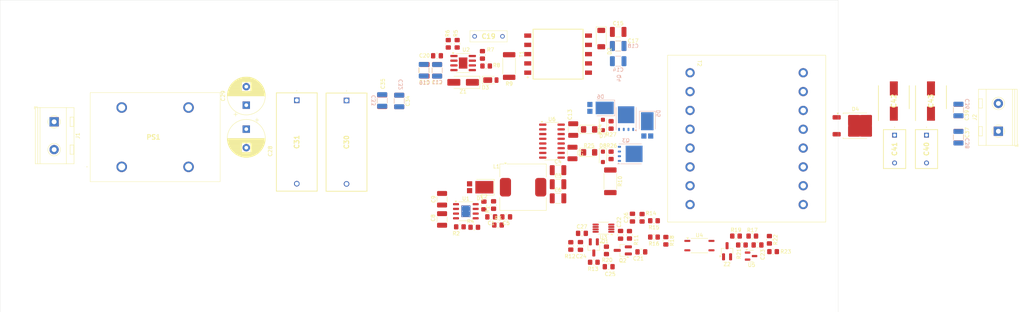
<source format=kicad_pcb>
(kicad_pcb (version 20240108) (generator "pcbnew") (generator_version "8.0")
  (layers (0 "F.Cu" signal) (31 "B.Cu" signal) (34 "B.Paste" user) (35 "F.Paste" user) (36 "B.SilkS" user "B.Silkscreen") (37 "F.SilkS" user "F.Silkscreen") (38 "B.Mask" user) (39 "F.Mask" user) (44 "Edge.Cuts" user))
  (net 0 "")
  (net 1 "Net-(U1-FB)")
  (net 2 "Net-(C1-Pad1)")
  (net 3 "Net-(D1-K)")
  (net 4 "Net-(U1-BST)")
  (net 5 "GND")
  (net 6 "+12V")
  (net 7 "VIN")
  (net 8 "ISO12")
  (net 9 "ISOGND")
  (net 10 "Net-(C19-Pad2)")
  (net 11 "Net-(U2-INTVCC)")
  (net 12 "Net-(D2-A)")
  (net 13 "Net-(D3-K)")
  (net 14 "Net-(D3-A)")
  (net 15 "Net-(U1-RON)")
  (net 16 "Net-(U2-EN{slash}UVLO)")
  (net 17 "Net-(U2-Rref)")
  (net 18 "Net-(U2-Rfb)")
  (net 21 "Net-(Q2-B)")
  (net 22 "Net-(Q2-E)")
  (net 23 "Net-(U3-FB)")
  (net 24 "Net-(C23-Pad1)")
  (net 25 "Net-(U5-REF)")
  (net 26 "Net-(Q1-E)")
  (net 27 "Net-(C24-Pad2)")
  (net 28 "Net-(Q1-B)")
  (net 29 "Net-(U3-CS)")
  (net 30 "Net-(Q1-C)")
  (net 31 "Net-(T2-SB)")
  (net 32 "Net-(D5-A)")
  (net 33 "Net-(D7-K)")
  (net 34 "Net-(D8-K)")
  (net 35 "/GATE_HIGH")
  (net 36 "/GATE_LOW")
  (net 37 "/PWM")
  (net 38 "Net-(J1-Pin_1)")
  (net 39 "Net-(J1-Pin_2)")
  (net 40 "/LS_SOURCE")
  (net 41 "Net-(R15-Pad2)")
  (net 42 "Net-(R16-Pad2)")
  (net 43 "Net-(U5-K)")
  (net 44 "Vo")
  (net 45 "Net-(R19-Pad1)")
  (net 46 "OUTGND")
  (footprint "Capacitor_SMD:C_1210_3225Metric_Pad1.33x2.70mm_HandSolder" (layer "F.Cu") (at 111.005 82.2675 -90)
    (property "Reference" "C35")
    (property "Value" "4.7u")
  )
  (footprint "Resistor_SMD:R_0805_2012Metric_Pad1.20x1.40mm_HandSolder" (layer "F.Cu") (at 131.2 66.9 90)
    (property "Reference" "R5")
    (property "Value" "1M")
  )
  (footprint "Package_TO_SOT_SMD:SOT-23_Handsoldering" (layer "F.Cu") (at 168 121.8375 -90)
    (property "Reference" "Q1")
    (property "Value" "PMBT2222A-Q")
  )
  (footprint "Resistor_SMD:R_0805_2012Metric_Pad1.20x1.40mm_HandSolder" (layer "F.Cu") (at 184.2 119.0375)
    (property "Reference" "R16")
    (property "Value" "4.99k")
  )
  (footprint "Capacitor_SMD:C_1210_3225Metric_Pad1.33x2.70mm_HandSolder" (layer "F.Cu") (at 158.3625 108.6)
    (property "Reference" "C6")
    (property "Value" "22u")
  )
  (footprint "Resistor_SMD:R_0805_2012Metric_Pad1.20x1.40mm_HandSolder" (layer "F.Cu") (at 142.2 115.8 180)
    (property "Reference" "R3")
    (property "Value" "453k")
  )
  (footprint "Resistor_SMD:R_0805_2012Metric_Pad1.20x1.40mm_HandSolder" (layer "F.Cu") (at 161.8 121.4375 90)
    (property "Reference" "R12")
    (property "Value" "1.1M")
  )
  (footprint "Resistor_SMD:R_0805_2012Metric_Pad1.20x1.40mm_HandSolder" (layer "F.Cu") (at 172.65 97 -90)
    (property "Reference" "R26")
    (property "Value" "100k")
  )
  (footprint "Package_TO_SOT_SMD:SOT-23" (layer "F.Cu") (at 210.35 124.175)
    (property "Reference" "U5")
    (property "Value" "TL431DBZ")
  )
  (footprint "Resistor_SMD:R_0805_2012Metric_Pad1.20x1.40mm_HandSolder" (layer "F.Cu") (at 171.4 122.6375 90)
    (property "Reference" "R20")
    (property "Value" "10k")
  )
  (footprint "Resistor_SMD:R_0805_2012Metric_Pad1.20x1.40mm_HandSolder" (layer "F.Cu") (at 128.8 66.9 90)
    (property "Reference" "R6")
    (property "Value" "88.7k")
  )
  (footprint "Resistor_SMD:R_0805_2012Metric_Pad1.20x1.40mm_HandSolder" (layer "F.Cu") (at 184.2 114.6375)
    (property "Reference" "R15")
    (property "Value" "16.5k")
  )
  (footprint "Capacitor_SMD:C_0805_2012Metric_Pad1.18x1.45mm_HandSolder" (layer "F.Cu") (at 172 127.0375)
    (property "Reference" "C25")
    (property "Value" "470p")
  )
  (footprint "Diode_SMD:D_1206_3216Metric_Pad1.42x1.75mm_HandSolder" (layer "F.Cu") (at 166.7375 90)
    (property "Reference" "R24")
    (property "Value" "10R")
  )
  (footprint "Package_TO_SOT_SMD:SOT-23_Handsoldering" (layer "F.Cu") (at 175.8 122.6375 180)
    (property "Reference" "Q2")
    (property "Value" "PMBT2907A-Q")
  )
  (footprint "KiCad Library:WE-FLYLT_EP13_L13.46W17.75H12.70" (layer "F.Cu") (at 158.38 69.7 90)
    (property "Reference" "T1")
    (property "Value" "Vi = 36-72V, Vo = 12V / 1.25A")
  )
  (footprint "powerlabLibrary:SC1810J" (layer "F.Cu") (at 40.85 100.1)
    (property "Reference" "PS1")
    (property "Value" "SC-18-10J" (hide yes))
  )
  (footprint "Diode_SMD:D_SOD-128" (layer "F.Cu") (at 170 65.5 -90)
    (property "Reference" "D2")
    (property "Value" "PMEG6030EP")
  )
  (footprint "Capacitor_SMD:C_1210_3225Metric_Pad1.33x2.70mm_HandSolder" (layer "F.Cu") (at 127.132 108.8425 90)
    (property "Reference" "C9")
    (property "Value" "4.7u")
  )
  (footprint "Resistor_SMD:R_0805_2012Metric_Pad1.20x1.40mm_HandSolder" (layer "F.Cu") (at 207.8875 121.175)
    (property "Reference" "R21")
    (property "Value" "39k")
  )
  (footprint "Resistor_SMD:R_0805_2012Metric_Pad1.20x1.40mm_HandSolder" (layer "F.Cu") (at 168 125.8375)
    (property "Reference" "R13")
    (property "Value" "12k")
  )
  (footprint "Capacitor_SMD:C_0805_2012Metric_Pad1.18x1.45mm_HandSolder" (layer "F.Cu") (at 212.0875 121.175)
    (property "Reference" "C23")
    (property "Value" "10n")
  )
  (footprint "Resistor_SMD:R_0805_2012Metric_Pad1.20x1.40mm_HandSolder" (layer "F.Cu") (at 131.932 116.28)
    (property "Reference" "R2")
    (property "Value" "100k")
  )
  (footprint "Capacitor_SMD:C_1210_3225Metric_Pad1.33x2.70mm_HandSolder" (layer "F.Cu") (at 158.3625 104.8)
    (property "Reference" "C3")
    (property "Value" "22u")
  )
  (footprint "powerlabLibrary:R46KN410050N1K" (layer "F.Cu") (at 101.4 82.2 -90)
    (property "Reference" "C30")
    (property "Value" "3.3u" (hide yes))
  )
  (footprint "Capacitor_SMD:C_1210_3225Metric_Pad1.33x2.70mm_HandSolder" (layer "F.Cu") (at 162.25 96.3625 -90)
    (property "Reference" "C7")
    (property "Value" "4.7u")
  )
  (footprint "Resistor_SMD:R_0805_2012Metric_Pad1.20x1.40mm_HandSolder" (layer "F.Cu") (at 135.8 116.4 180)
    (property "Reference" "R4")
    (property "Value" "49.9k")
  )
  (footprint "powerlabLibrary:ETD39_coilformer" (layer "F.Cu") (at 193.92 74.72 -90)
    (property "Reference" "T2")
    (property "Value" "ELE713 Transformer")
  )
  (footprint "TerminalBlock_RND:TerminalBlock_RND_205-00067_1x02_P7.50mm_Horizontal" (layer "F.Cu") (at 276.96 90.5 90)
    (property "Reference" "J2")
    (property "Value" "Conn_01x02_Pin")
  )
  (footprint "Capacitor_SMD:C_0805_2012Metric_Pad1.18x1.45mm_HandSolder" (layer "F.Cu") (at 140.3625 113.6 180)
    (property "Reference" "C1")
    (property "Value" "47p")
  )
  (footprint "Resistor_SMD:R_0805_2012Metric_Pad1.20x1.40mm_HandSolder" (layer "F.Cu") (at 206.2875 118.775)
    (property "Reference" "R19")
    (property "Value" "680R")
  )
  (footprint "Resistor_SMD:R_0805_2012Metric_Pad1.20x1.40mm_HandSolder" (layer "F.Cu") (at 177.6 118.4375 90)
    (property "Reference" "R11")
    (property "Value" "10k")
  )
  (footprint "Capacitor_SMD:C_0805_2012Metric_Pad1.18x1.45mm_HandSolder" (layer "F.Cu") (at 138.4 110.5175 90)
    (property "Reference" "C2")
    (property "Value" "2.2n")
  )
  (footprint "Package_SO:HSOP-8-1EP_3.9x4.9mm_P1.27mm_EP2.41x3.1mm_ThermalVias" (layer "F.Cu") (at 133.532 112.08)
    (property "Reference" "U1")
    (property "Value" "LM5012")
  )
  (footprint "Resistor_SMD:R_0805_2012Metric_Pad1.20x1.40mm_HandSolder" (layer "F.Cu") (at 141 110.4 -90)
    (property "Reference" "R1")
    (property "Value" "1M")
  )
  (footprint "Capacitor_SMD:C_1210_3225Metric_Pad1.33x2.70mm_HandSolder" (layer "F.Cu") (at 115.59 82.3275 -90)
    (property "Reference" "C34")
    (property "Value" "4.7u")
  )
  (footprint "powerlabLibrary:SOIC-4_4.55x3.7mm_P2.54mm" (layer "F.Cu") (at 196.4375 121.345)
    (property "Reference" "U4")
    (property "Value" "ISOM8110")
  )
  (footprint "Diode_SMD:D_SOD-123F" (layer "F.Cu") (at 170.45 88.8 90)
    (property "Reference" "D7")
    (property "Value" "BZT52H-A18-QX")
  )
  (footprint "Resistor_SMD:R_0805_2012Metric_Pad1.20x1.40mm_HandSolder" (layer "F.Cu") (at 181 113.8375 -90)
    (property "Reference" "R14")
    (property "Value" "3.83k")
  )
  (footprint "powerlabLibrary:VSSOP-8_3x3mm_P0.65mm" (layer "F.Cu") (at 170.6 116.6375 180)
    (property "Reference" "U3")
    (property "Value" "UCC28C55")
  )
  (footprint "powerlabLibrary:D_PowerDI-5" (layer "F.Cu") (at 137.4 105.6 180)
    (property "Reference" "D1")
    (property "Value" "SDT5H100LP5")
  )
  (footprint "Capacitor_SMD:C_1210_3225Metric_Pad1.33x2.70mm_HandSolder" (layer "F.Cu") (at 174.5625 67.5)
    (property "Reference" "C17")
    (property "Value" "4.7u")
  )
  (footprint "Diode_SMD:D_PowerDI-123" (layer "F.Cu") (at 140.275 76.7)
    (property "Reference" "D3")
    (property "Value" "DFLS1150")
  )
  (footprint "Diode_SMD:D_1206_3216Metric_Pad1.42x1.75mm_HandSolder" (layer "F.Cu") (at 166.7375 96.2)
    (property "Reference" "R25")
    (property "Value" "10R")
  )
  (footprint "Capacitor_SMD:C_1210_3225Metric_Pad1.33x2.70mm_HandSolder" (layer "F.Cu") (at 174.5625 63.7)
    (property "Reference" "C15")
    (property "Value" "22u")
  )
  (footprint "Package_SO:SOIC-16_3.9x9.9mm_P1.27mm" (layer "F.Cu") (at 156.725 93.165)
    (property "Reference" "U6")
    (property "Value" "2EDB8259F")
  )
  (footprint "Package_SO:SOIC-8-1EP_3.9x4.9mm_P1.27mm_EP2.29x3mm" (layer "F.Cu") (at 132.8 72.1)
    (property "Reference" "U2")
    (property "Value" "LT8304")
  )
  (footprint "Capacitor_SMD:C_0805_2012Metric_Pad1.18x1.45mm_HandSolder" (layer "F.Cu") (at 175.2 118.4375 90)
    (property "Reference" "C22")
    (property "Value" "6.8n")
  )
  (footprint "powerlabLibrary:F861KM473M310A" (layer "F.Cu") (at 249.005 91.55 -90)
    (property "Reference" "C41")
    (property "Value" "2.2u" (hide yes))
  )
  (footprint "Capacitor_SMD:C_0805_2012Metric_Pad1.18x1.45mm_HandSolder" (layer "F.Cu") (at 164.8 118.0375 180)
    (property "Reference" "C27")
    (property "Value" "1u")
  )
  (footprint "Capacitor_SMD:C_0805_2012Metric_Pad1.18x1.45mm_HandSolder" (layer "F.Cu") (at 144.4 113.6 180)
    (property "Reference" "C5")
    (property "Value" "2.2n")
  )
  (footprint "Resistor_SMD:R_0805_2012Metric_Pad1.20x1.40mm_HandSolder" (layer "F.Cu") (at 215.2875 119.775 -90)
    (property "Reference" "R22")
    (property "Value" "9.53k")
  )
  (footprint "Inductor_SMD:L_Coilcraft_MSS1210-XXX" (layer "F.Cu") (at 148.95 105.6)
    (property "Reference" "L1")
    (property "Value" "68u")
  )
  (footprint "Capacitor_SMD:C_1210_3225Metric_Pad1.33x2.70mm_HandSolder" (layer "F.Cu") (at 122.4 74.0625 -90)
    (property "Reference" "C10")
    (property "Value" "10u")
  )
  (footprint "Capacitor_SMD:C_0805_2012Metric_Pad1.18x1.45mm_HandSolder" (layer "F.Cu") (at 164.4 121.4375 -90)
    (property "Reference" "C24")
    (property "Value" "10n")
  )
  (footprint "Resistor_SMD:R_2512_6332Metric_Pad1.40x3.35mm_HandSolder" (layer "F.Cu") (at 172.45 104 -90)
    (property "Reference" "R10")
    (property "Value" "4m")
  )
  (footprint "Capacitor_SMD:C_1210_3225Metric_Pad1.33x2.70mm_HandSolder" (layer "F.Cu") (at 266.205 92.075 -90)
    (property "Reference" "C37")
    (property "Value" "22u")
  )
  (footprint "Capacitor_THT:CP_Radial_D10.0mm_P5.00mm" (layer "F.Cu") (at 74.4 83.467677 90)
    (property "Reference" "C29")
    (property "Value" "22u")
  )
  (footprint "Capacitor_SMD:C_0805_2012Metric_Pad1.18x1.45mm_HandSolder" (layer "F.Cu") (at 178.4 113.8 90)
    (property "Reference" "C26")
    (property "Value" "100p")
  )
  (footprint "powerlabLibrary:R76QD0220SE00J" (layer "F.Cu") (at 135.9 64.9)
    (property "Reference" "C19")
    (property "Value" "220p" (hide yes))
  )
  (footprint "Resistor_SMD:R_2512_6332Metric_Pad1.40x3.35mm_HandSolder" (layer "F.Cu") (at 145.2 72.9 -90)
    (property "Reference" "R9")
    (property "Value" "100R")
  )
  (footprint "Resistor_SMD:R_0805_2012Metric_Pad1.20x1.40mm_HandSolder" (layer "F.Cu") (at 210.6875 118.775 180)
    (property "Reference" "R17")
    (property "Value" "1k")
  )
  (footprint "Package_TO_SOT_SMD:TO-252-2" (layer "F.Cu") (at 238.445 89.03)
    (property "Reference" "D4")
    (property "Value" "V35PWL63")
  )
  (footprint "Resistor_SMD:R_0805_2012Metric_Pad1.20x1.40mm_HandSolder" (layer "F.Cu") (at 216.2875 122.975)
    (property "Reference" "R23")
    (property "Value" "2.49k")
  )
  (footprint "Diode_SMD:D_SMA_Handsoldering" (layer "F.Cu") (at 132.8 77.3 180)
    (property "Reference" "Z1")
    (property "Value" "CMZ5944B")
  )
  (footprint "powerlabLibrary:R46KN410050N1K" (layer "F.Cu") (at 88 82.15 -90)
    (property "Reference" "C31")
    (property "Value" "3.3u" (hide yes))
  )
  (footprint "Resistor_SMD:R_0805_2012Metric_Pad1.20x1.40mm_HandSolder" (layer "F.Cu") (at 138 69.9 90)
    (property "Reference" "R7")
    (property "Value" "10k")
  )
  (footprint "powerlabLibrary:F861KM473M310A" (layer "F.Cu") (at 257.605 91.55 -90)
    (property "Reference" "C40")
    (property "Value" "2.2u" (hide yes))
  )
  (footprint "Capacitor_SMD:C_0805_2012Metric_Pad1.18x1.45mm_HandSolder" (layer "F.Cu") (at 125.7625 70.1375 180)
    (property "Reference" "C20")
    (property "Value" "1u")
  )
  (footprint "Capacitor_SMD:C_1210_3225Metric_Pad1.33x2.70mm_HandSolder" (layer "F.Cu") (at 162.45 90.0375 -90)
    (property "Reference" "C13")
    (property "Value" "22u")
  )
  (footprint "Capacitor_SMD:C_0805_2012Metric_Pad1.18x1.45mm_HandSolder" (layer "F.Cu") (at 180.8 123.0375 180)
    (property "Reference" "C21")
    (property "Value" "4.7u")
  )
  (footprint "Diode_SMD:D_SOD-123F" (layer "F.Cu") (at 170.45 97.4 -90)
    (property "Reference" "D8")
    (property "Value" "BZT52H-A18-QX")
  )
  (footprint "TerminalBlock_RND:TerminalBlock_RND_205-00067_1x02_P7.50mm_Horizontal" (layer "F.Cu") (at 22.645 87.95 -90)
    (property "Reference" "J1")
    (property "Value" "Conn_01x02_Pin")
  )
  (footprint "Capacitor_SMD:C_1210_3225Metric_Pad1.33x2.70mm_HandSolder" (layer "F.Cu") (at 127.132 114.2925 -90)
    (property "Reference" "C8")
    (property "Value" "4.7u")
  )
  (footprint "powerlabLibrary:CAPAE830X1250N" (layer "F.Cu") (at 248.805 82.35 90)
    (property "Reference" "C42")
    (property "Value" "220u" (hide yes))
  )
  (footprint "Capacitor_SMD:C_1210_3225Metric_Pad1.33x2.70mm_HandSolder" (layer "F.Cu") (at 266.205 84.7875 90)
    (property "Reference" "C39")
    (property "Value" "22u")
  )
  (footprint "Resistor_SMD:R_0805_2012Metric_Pad1.20x1.40mm_HandSolder" (layer "F.Cu") (at 187.4 120.0375 -90)
    (property "Reference" "R18")
    (property "Value" "1k")
  )
  (footprint "Resistor_SMD:R_0805_2012Metric_Pad1.20x1.40mm_HandSolder" (layer "F.Cu") (at 139 72.9 180)
    (property "Reference" "R8")
    (property "Value" "237k")
  )
  (footprint "Capacitor_SMD:C_1210_3225Metric_Pad1.33x2.70mm_HandSolder" (layer "F.Cu") (at 158.3625 101)
    (property "Reference" "C4")
    (property "Value" "4.7u")
  )
  (footprint "Capacitor_THT:CP_Radial_D10.0mm_P5.00mm" (layer "F.Cu") (at 74.4 89.932323 -90)
    (property "Reference" "C28")
    (property "Value" "22u")
  )
  (footprint "powerlabLibrary:CAPAE830X1250N" (layer "F.Cu") (at 258.805 82.35 90)
    (property "Reference" "C43")
    (property "Value" "220u" (hide yes))
  )
  (footprint "Capacitor_SMD:C_1210_3225Metric_Pad1.33x2.70mm_HandSolder" (layer "F.Cu") (at 125.8 74.0625 -90)
    (property "Reference" "C12")
    (property "Value" "4.7u")
  )
  (footprint "Resistor_SMD:R_0805_2012Metric_Pad1.20x1.40mm_HandSolder" (layer "F.Cu") (at 172.65 88.8 90)
    (property "Reference" "R27")
    (property "Value" "100k")
  )
  (footprint "Package_TO_SOT_SMD:SOT-23_Handsoldering" (layer "F.Cu") (at 203.8875 122.875 90)
    (property "Reference" "Z2")
    (property "Value" "BZX84-A10,215")
  )
  (footprint "Capacitor_SMD:C_1210_3225Metric_Pad1.33x2.70mm_HandSolder" (layer "B.Cu") (at 125.8 74.0625 -90)
    (property "Reference" "C11")
    (property "Value" "4.7u")
  )
  (footprint "Capacitor_SMD:C_1210_3225Metric_Pad1.33x2.70mm_HandSolder" (layer "B.Cu") (at 174.5625 67.5)
    (property "Reference" "C18")
    (property "Value" "4.7u")
  )
  (footprint "Package_TO_SOT_SMD:TDSON-8-1" (layer "B.Cu") (at 177.8 96.6)
    (property "Reference" "Q3")
    (property "Value" "BSC096N10LS5")
  )
  (footprint "Capacitor_SMD:C_1210_3225Metric_Pad1.33x2.70mm_HandSolder" (layer "B.Cu") (at 266.205 84.75 90)
    (property "Reference" "C36")
    (property "Value" "22u")
  )
  (footprint "powerlabLibrary:D_PowerDI-5" (layer "B.Cu") (at 182.4 88.92 -90)
    (property "Reference" "D5")
    (property "Value" "SDT5H100LP5")
  )
  (footprint "Capacitor_SMD:C_1210_3225Metric_Pad1.33x2.70mm_HandSolder" (layer "B.Cu") (at 122.2 74.025 -90)
    (property "Reference" "C16")
    (property "Value" "10u")
  )
  (footprint "Package_TO_SOT_SMD:TDSON-8-1" (layer "B.Cu") (at 176.7 87.1 90)
    (property "Reference" "Q4")
    (property "Value" "BSC096N10LS5")
  )
  (footprint "Capacitor_SMD:C_1210_3225Metric_Pad1.33x2.70mm_HandSolder" (layer "B.Cu") (at 111.005 82.18 -90)
    (property "Reference" "C33")
    (property "Value" "4.7u")
  )
  (footprint "Capacitor_SMD:C_1210_3225Metric_Pad1.33x2.70mm_HandSolder" (layer "B.Cu") (at 266.205 92.1125 -90)
    (property "Reference" "C38")
    (property "Value" "22u")
  )
  (footprint "Capacitor_SMD:C_1210_3225Metric_Pad1.33x2.70mm_HandSolder" (layer "B.Cu") (at 115.59 82.3275 -90)
    (property "Reference" "C32")
    (property "Value" "4.7u")
  )
  (footprint "powerlabLibrary:D_PowerDI-5" (layer "B.Cu") (at 169.8 84.2 180)
    (property "Reference" "D6")
    (property "Value" "SDT5H100LP5")
  )
  (footprint "Capacitor_SMD:C_1210_3225Metric_Pad1.33x2.70mm_HandSolder" (layer "B.Cu") (at 174.5625 71.6)
    (property "Reference" "C14")
    (property "Value" "22u")
  )
  (gr_rect (start 8.0925 55.117677) (end 233.78 139.310354) (stroke (width 0.05)) (fill none) (layer "Edge.Cuts"))
  (segment (start 73.767677 84.1) (end 74.4 83.467677) (width 0.2) (layer "F.Cu") (net 7))
  (segment (start 266.205 86.35) (end 266.205 86.3125) (width 0.2) (layer "B.Cu") (net 44))
)
</source>
